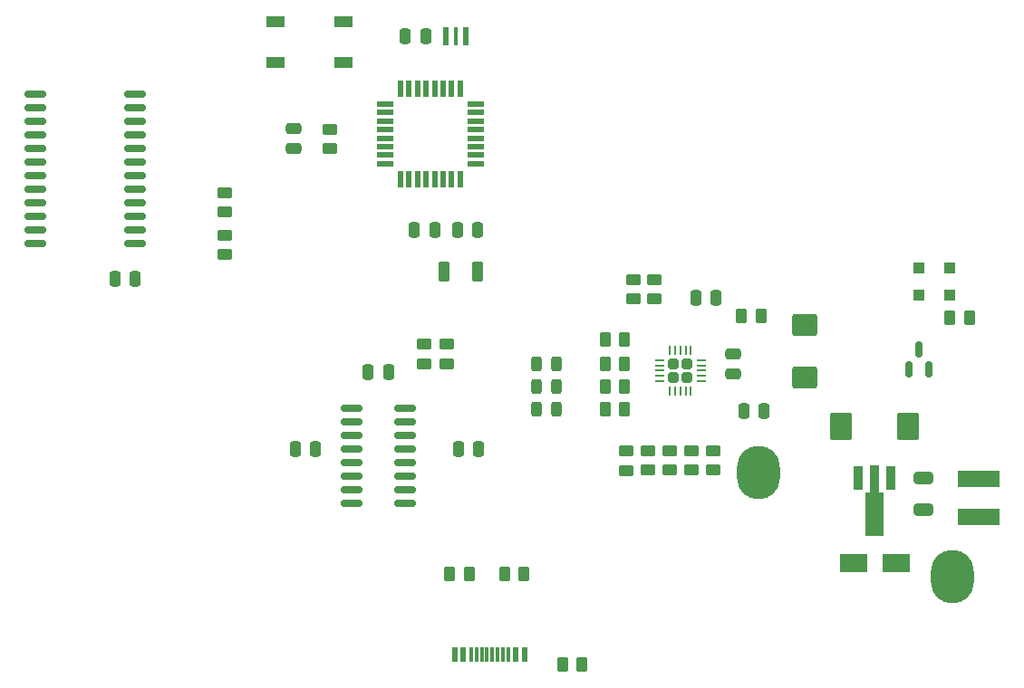
<source format=gbr>
%TF.GenerationSoftware,KiCad,Pcbnew,(6.0.6)*%
%TF.CreationDate,2022-06-29T12:44:08+02:00*%
%TF.ProjectId,CNLJS,434e4c4a-532e-46b6-9963-61645f706362,rev?*%
%TF.SameCoordinates,Original*%
%TF.FileFunction,Paste,Bot*%
%TF.FilePolarity,Positive*%
%FSLAX46Y46*%
G04 Gerber Fmt 4.6, Leading zero omitted, Abs format (unit mm)*
G04 Created by KiCad (PCBNEW (6.0.6)) date 2022-06-29 12:44:08*
%MOMM*%
%LPD*%
G01*
G04 APERTURE LIST*
G04 Aperture macros list*
%AMRoundRect*
0 Rectangle with rounded corners*
0 $1 Rounding radius*
0 $2 $3 $4 $5 $6 $7 $8 $9 X,Y pos of 4 corners*
0 Add a 4 corners polygon primitive as box body*
4,1,4,$2,$3,$4,$5,$6,$7,$8,$9,$2,$3,0*
0 Add four circle primitives for the rounded corners*
1,1,$1+$1,$2,$3*
1,1,$1+$1,$4,$5*
1,1,$1+$1,$6,$7*
1,1,$1+$1,$8,$9*
0 Add four rect primitives between the rounded corners*
20,1,$1+$1,$2,$3,$4,$5,0*
20,1,$1+$1,$4,$5,$6,$7,0*
20,1,$1+$1,$6,$7,$8,$9,0*
20,1,$1+$1,$8,$9,$2,$3,0*%
%AMFreePoly0*
4,1,9,5.362500,-0.866500,1.237500,-0.866500,1.237500,-0.450000,-1.237500,-0.450000,-1.237500,0.450000,1.237500,0.450000,1.237500,0.866500,5.362500,0.866500,5.362500,-0.866500,5.362500,-0.866500,$1*%
G04 Aperture macros list end*
%ADD10RoundRect,0.250000X0.255000X-0.255000X0.255000X0.255000X-0.255000X0.255000X-0.255000X-0.255000X0*%
%ADD11RoundRect,0.062500X0.062500X-0.350000X0.062500X0.350000X-0.062500X0.350000X-0.062500X-0.350000X0*%
%ADD12RoundRect,0.062500X0.350000X-0.062500X0.350000X0.062500X-0.350000X0.062500X-0.350000X-0.062500X0*%
%ADD13RoundRect,0.250000X-0.250000X-0.475000X0.250000X-0.475000X0.250000X0.475000X-0.250000X0.475000X0*%
%ADD14RoundRect,0.150000X0.825000X0.150000X-0.825000X0.150000X-0.825000X-0.150000X0.825000X-0.150000X0*%
%ADD15RoundRect,0.250000X0.262500X0.450000X-0.262500X0.450000X-0.262500X-0.450000X0.262500X-0.450000X0*%
%ADD16RoundRect,0.243750X0.243750X0.456250X-0.243750X0.456250X-0.243750X-0.456250X0.243750X-0.456250X0*%
%ADD17R,0.600000X1.450000*%
%ADD18R,0.300000X1.450000*%
%ADD19RoundRect,0.250000X-0.450000X0.262500X-0.450000X-0.262500X0.450000X-0.262500X0.450000X0.262500X0*%
%ADD20RoundRect,0.250000X-0.262500X-0.450000X0.262500X-0.450000X0.262500X0.450000X-0.262500X0.450000X0*%
%ADD21R,0.900000X2.300000*%
%ADD22FreePoly0,270.000000*%
%ADD23O,4.000000X5.000000*%
%ADD24RoundRect,0.250000X0.475000X-0.250000X0.475000X0.250000X-0.475000X0.250000X-0.475000X-0.250000X0*%
%ADD25R,1.000000X1.000000*%
%ADD26RoundRect,0.250000X0.787500X1.025000X-0.787500X1.025000X-0.787500X-1.025000X0.787500X-1.025000X0*%
%ADD27RoundRect,0.250000X-0.475000X0.250000X-0.475000X-0.250000X0.475000X-0.250000X0.475000X0.250000X0*%
%ADD28RoundRect,0.250000X0.450000X-0.262500X0.450000X0.262500X-0.450000X0.262500X-0.450000X-0.262500X0*%
%ADD29RoundRect,0.250000X-0.650000X0.325000X-0.650000X-0.325000X0.650000X-0.325000X0.650000X0.325000X0*%
%ADD30RoundRect,0.250000X0.925000X-0.787500X0.925000X0.787500X-0.925000X0.787500X-0.925000X-0.787500X0*%
%ADD31R,0.550000X1.600000*%
%ADD32R,1.600000X0.550000*%
%ADD33RoundRect,0.250000X0.250000X0.475000X-0.250000X0.475000X-0.250000X-0.475000X0.250000X-0.475000X0*%
%ADD34R,4.000000X1.500000*%
%ADD35R,1.700000X1.000000*%
%ADD36R,2.500000X1.800000*%
%ADD37R,0.600000X1.700000*%
%ADD38R,0.400000X1.700000*%
%ADD39RoundRect,0.150000X0.150000X-0.587500X0.150000X0.587500X-0.150000X0.587500X-0.150000X-0.587500X0*%
%ADD40RoundRect,0.250000X-0.275000X-0.700000X0.275000X-0.700000X0.275000X0.700000X-0.275000X0.700000X0*%
%ADD41RoundRect,0.150000X-0.875000X-0.150000X0.875000X-0.150000X0.875000X0.150000X-0.875000X0.150000X0*%
G04 APERTURE END LIST*
D10*
%TO.C,U2*%
X150475000Y-133974000D03*
X151725000Y-133974000D03*
X150475000Y-132724000D03*
X151725000Y-132724000D03*
D11*
X152100000Y-135286500D03*
X151600000Y-135286500D03*
X151100000Y-135286500D03*
X150600000Y-135286500D03*
X150100000Y-135286500D03*
D12*
X149162500Y-134349000D03*
X149162500Y-133849000D03*
X149162500Y-133349000D03*
X149162500Y-132849000D03*
X149162500Y-132349000D03*
D11*
X150100000Y-131411500D03*
X150600000Y-131411500D03*
X151100000Y-131411500D03*
X151600000Y-131411500D03*
X152100000Y-131411500D03*
D12*
X153037500Y-132349000D03*
X153037500Y-132849000D03*
X153037500Y-133349000D03*
X153037500Y-133849000D03*
X153037500Y-134349000D03*
%TD*%
D13*
%TO.C,C16*%
X152549000Y-126549000D03*
X154449000Y-126549000D03*
%TD*%
D14*
%TO.C,U3*%
X125375000Y-136855000D03*
X125375000Y-138125000D03*
X125375000Y-139395000D03*
X125375000Y-140665000D03*
X125375000Y-141935000D03*
X125375000Y-143205000D03*
X125375000Y-144475000D03*
X125375000Y-145745000D03*
X120425000Y-145745000D03*
X120425000Y-144475000D03*
X120425000Y-143205000D03*
X120425000Y-141935000D03*
X120425000Y-140665000D03*
X120425000Y-139395000D03*
X120425000Y-138125000D03*
X120425000Y-136855000D03*
%TD*%
D15*
%TO.C,R16*%
X131400000Y-152400000D03*
X129575000Y-152400000D03*
%TD*%
D16*
%TO.C,D14*%
X139537500Y-132749000D03*
X137662500Y-132749000D03*
%TD*%
%TO.C,D13*%
X139537500Y-136949000D03*
X137662500Y-136949000D03*
%TD*%
D17*
%TO.C,J2*%
X136550000Y-159914000D03*
X135750000Y-159914000D03*
D18*
X134550000Y-159914000D03*
X133550000Y-159914000D03*
X133050000Y-159914000D03*
X132050000Y-159914000D03*
D17*
X130850000Y-159914000D03*
X130050000Y-159914000D03*
X130050000Y-159914000D03*
X130850000Y-159914000D03*
D18*
X131550000Y-159914000D03*
X132550000Y-159914000D03*
X134050000Y-159914000D03*
X135050000Y-159914000D03*
D17*
X135750000Y-159914000D03*
X136550000Y-159914000D03*
%TD*%
D19*
%TO.C,R4*%
X150150000Y-140836500D03*
X150150000Y-142661500D03*
%TD*%
%TO.C,R11*%
X152150000Y-140836500D03*
X152150000Y-142661500D03*
%TD*%
D20*
%TO.C,R17*%
X134687500Y-152400000D03*
X136512500Y-152400000D03*
%TD*%
D21*
%TO.C,U4*%
X167750000Y-143399000D03*
D22*
X169250000Y-143486500D03*
D21*
X170750000Y-143399000D03*
%TD*%
D23*
%TO.C,J21*%
X176500000Y-152600000D03*
%TD*%
%TO.C,J22*%
X158400000Y-142850000D03*
%TD*%
D19*
%TO.C,R20*%
X108550000Y-116686500D03*
X108550000Y-118511500D03*
%TD*%
D20*
%TO.C,R1*%
X176287500Y-128400000D03*
X178112500Y-128400000D03*
%TD*%
D24*
%TO.C,C14*%
X156000000Y-133650000D03*
X156000000Y-131750000D03*
%TD*%
D25*
%TO.C,D2*%
X173400000Y-123750000D03*
X173400000Y-126250000D03*
%TD*%
D26*
%TO.C,C21*%
X172362500Y-138549000D03*
X166137500Y-138549000D03*
%TD*%
D20*
%TO.C,R9*%
X156837500Y-128249000D03*
X158662500Y-128249000D03*
%TD*%
D15*
%TO.C,R12*%
X145912500Y-130449000D03*
X144087500Y-130449000D03*
%TD*%
D20*
%TO.C,R14*%
X144087500Y-132749000D03*
X145912500Y-132749000D03*
%TD*%
D27*
%TO.C,C12*%
X114949000Y-110700000D03*
X114949000Y-112600000D03*
%TD*%
D19*
%TO.C,R19*%
X127200000Y-130887500D03*
X127200000Y-132712500D03*
%TD*%
D28*
%TO.C,R21*%
X108550000Y-122511500D03*
X108550000Y-120686500D03*
%TD*%
D29*
%TO.C,C20*%
X173800000Y-143426000D03*
X173800000Y-146376000D03*
%TD*%
D13*
%TO.C,C15*%
X157050000Y-137100000D03*
X158950000Y-137100000D03*
%TD*%
D30*
%TO.C,C13*%
X162700000Y-134011500D03*
X162700000Y-129086500D03*
%TD*%
D13*
%TO.C,C19*%
X121950000Y-133500000D03*
X123850000Y-133500000D03*
%TD*%
D31*
%TO.C,U18*%
X124949000Y-106950000D03*
X125749000Y-106950000D03*
X126549000Y-106950000D03*
X127349000Y-106950000D03*
X128149000Y-106950000D03*
X128949000Y-106950000D03*
X129749000Y-106950000D03*
X130549000Y-106950000D03*
D32*
X131999000Y-108400000D03*
X131999000Y-109200000D03*
X131999000Y-110000000D03*
X131999000Y-110800000D03*
X131999000Y-111600000D03*
X131999000Y-112400000D03*
X131999000Y-113200000D03*
X131999000Y-114000000D03*
D31*
X130549000Y-115450000D03*
X129749000Y-115450000D03*
X128949000Y-115450000D03*
X128149000Y-115450000D03*
X127349000Y-115450000D03*
X126549000Y-115450000D03*
X125749000Y-115450000D03*
X124949000Y-115450000D03*
D32*
X123499000Y-114000000D03*
X123499000Y-113200000D03*
X123499000Y-112400000D03*
X123499000Y-111600000D03*
X123499000Y-110800000D03*
X123499000Y-110000000D03*
X123499000Y-109200000D03*
X123499000Y-108400000D03*
%TD*%
D28*
%TO.C,R5*%
X148699000Y-126661500D03*
X148699000Y-124836500D03*
%TD*%
%TO.C,R10*%
X154150000Y-142661500D03*
X154150000Y-140836500D03*
%TD*%
D33*
%TO.C,C22*%
X128150000Y-120200000D03*
X126250000Y-120200000D03*
%TD*%
D13*
%TO.C,C23*%
X130299000Y-120200000D03*
X132199000Y-120200000D03*
%TD*%
D34*
%TO.C,L1*%
X178950000Y-147050000D03*
X178950000Y-143450000D03*
%TD*%
D20*
%TO.C,R15*%
X144087500Y-134849000D03*
X145912500Y-134849000D03*
%TD*%
D33*
%TO.C,C24*%
X100200000Y-124750000D03*
X98300000Y-124750000D03*
%TD*%
D35*
%TO.C,SW1*%
X119600000Y-100697000D03*
X113300000Y-100697000D03*
X119600000Y-104497000D03*
X113300000Y-104497000D03*
%TD*%
D16*
%TO.C,D15*%
X139537500Y-134849000D03*
X137662500Y-134849000D03*
%TD*%
D19*
%TO.C,R18*%
X129300000Y-130887500D03*
X129300000Y-132712500D03*
%TD*%
D36*
%TO.C,D16*%
X167300000Y-151350000D03*
X171300000Y-151350000D03*
%TD*%
D37*
%TO.C,Y1*%
X131099000Y-102100000D03*
D38*
X130149000Y-102100000D03*
D37*
X129199000Y-102100000D03*
%TD*%
D20*
%TO.C,R23*%
X140087500Y-160799000D03*
X141912500Y-160799000D03*
%TD*%
D33*
%TO.C,C11*%
X127299000Y-102100000D03*
X125399000Y-102100000D03*
%TD*%
D39*
%TO.C,Q1*%
X174350000Y-133237500D03*
X172450000Y-133237500D03*
X173400000Y-131362500D03*
%TD*%
D20*
%TO.C,R13*%
X144087500Y-136949000D03*
X145912500Y-136949000D03*
%TD*%
D19*
%TO.C,R8*%
X148100000Y-140836500D03*
X148100000Y-142661500D03*
%TD*%
%TO.C,R7*%
X146050000Y-140849000D03*
X146050000Y-142674000D03*
%TD*%
D25*
%TO.C,D1*%
X176300000Y-123750000D03*
X176300000Y-126250000D03*
%TD*%
D19*
%TO.C,R3*%
X118399000Y-110787500D03*
X118399000Y-112612500D03*
%TD*%
D28*
%TO.C,R6*%
X146699000Y-126661500D03*
X146699000Y-124836500D03*
%TD*%
D40*
%TO.C,L2*%
X129024000Y-124100000D03*
X132174000Y-124100000D03*
%TD*%
D13*
%TO.C,C17*%
X130350000Y-140650000D03*
X132250000Y-140650000D03*
%TD*%
%TO.C,C18*%
X115150000Y-140665000D03*
X117050000Y-140665000D03*
%TD*%
D41*
%TO.C,U17*%
X90850000Y-121485000D03*
X90850000Y-120215000D03*
X90850000Y-118945000D03*
X90850000Y-117675000D03*
X90850000Y-116405000D03*
X90850000Y-115135000D03*
X90850000Y-113865000D03*
X90850000Y-112595000D03*
X90850000Y-111325000D03*
X90850000Y-110055000D03*
X90850000Y-108785000D03*
X90850000Y-107515000D03*
X100150000Y-107515000D03*
X100150000Y-108785000D03*
X100150000Y-110055000D03*
X100150000Y-111325000D03*
X100150000Y-112595000D03*
X100150000Y-113865000D03*
X100150000Y-115135000D03*
X100150000Y-116405000D03*
X100150000Y-117675000D03*
X100150000Y-118945000D03*
X100150000Y-120215000D03*
X100150000Y-121485000D03*
%TD*%
M02*

</source>
